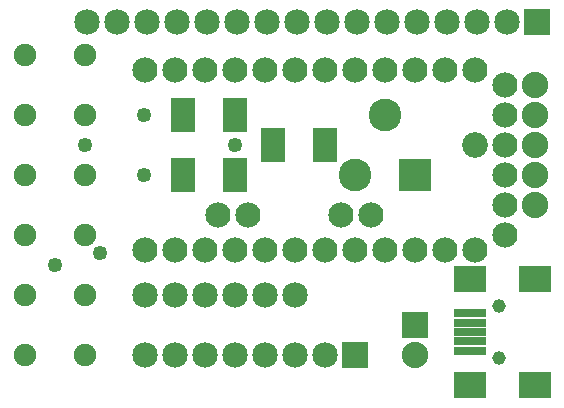
<source format=gts>
G04 MADE WITH FRITZING*
G04 WWW.FRITZING.ORG*
G04 DOUBLE SIDED*
G04 HOLES PLATED*
G04 CONTOUR ON CENTER OF CONTOUR VECTOR*
%ASAXBY*%
%FSLAX23Y23*%
%MOIN*%
%OFA0B0*%
%SFA1.0B1.0*%
%ADD10C,0.045433*%
%ADD11C,0.085000*%
%ADD12C,0.075418*%
%ADD13C,0.049370*%
%ADD14C,0.088000*%
%ADD15C,0.109000*%
%ADD16C,0.084000*%
%ADD17C,0.085433*%
%ADD18R,0.080866X0.116299*%
%ADD19R,0.108425X0.029685*%
%ADD20R,0.108425X0.088740*%
%ADD21R,0.085000X0.085000*%
%ADD22R,0.088000X0.088000*%
%ADD23R,0.109000X0.109000*%
%LNMASK1*%
G90*
G70*
G54D10*
X1658Y142D03*
X1658Y315D03*
X1658Y142D03*
X1658Y315D03*
G54D11*
X476Y152D03*
X576Y152D03*
X676Y152D03*
X476Y352D03*
X576Y352D03*
X676Y352D03*
X776Y152D03*
X876Y152D03*
X976Y152D03*
X776Y352D03*
X876Y352D03*
X976Y352D03*
X1176Y152D03*
X1076Y152D03*
G54D12*
X276Y152D03*
X76Y152D03*
X276Y352D03*
X76Y352D03*
X276Y952D03*
X76Y952D03*
X276Y1152D03*
X76Y1152D03*
X276Y552D03*
X76Y552D03*
X276Y752D03*
X76Y752D03*
G54D13*
X326Y491D03*
X176Y451D03*
G54D14*
X1376Y252D03*
X1376Y152D03*
X1376Y252D03*
X1376Y152D03*
G54D13*
X776Y852D03*
X475Y752D03*
X475Y952D03*
X276Y852D03*
G54D14*
X1776Y1052D03*
X1776Y952D03*
X1776Y852D03*
X1776Y752D03*
X1776Y652D03*
X1776Y1052D03*
X1776Y952D03*
X1776Y852D03*
X1776Y752D03*
X1776Y652D03*
G54D11*
X1782Y1262D03*
X1682Y1262D03*
X1582Y1262D03*
X1482Y1262D03*
X1382Y1262D03*
X1282Y1262D03*
X1182Y1262D03*
X1082Y1262D03*
X982Y1262D03*
X882Y1262D03*
X782Y1262D03*
X682Y1262D03*
X582Y1262D03*
X482Y1262D03*
X382Y1262D03*
X282Y1262D03*
X1782Y1262D03*
X1682Y1262D03*
X1582Y1262D03*
X1482Y1262D03*
X1382Y1262D03*
X1282Y1262D03*
X1182Y1262D03*
X1082Y1262D03*
X982Y1262D03*
X882Y1262D03*
X782Y1262D03*
X682Y1262D03*
X582Y1262D03*
X482Y1262D03*
X382Y1262D03*
X282Y1262D03*
G54D15*
X1176Y752D03*
X1376Y752D03*
X1276Y952D03*
X1176Y752D03*
X1376Y752D03*
X1276Y952D03*
G54D16*
X1676Y552D03*
X1676Y652D03*
X1676Y752D03*
X1676Y852D03*
X1676Y952D03*
X1676Y1052D03*
X1131Y617D03*
X1231Y617D03*
X721Y617D03*
X821Y617D03*
X1576Y502D03*
X1476Y502D03*
X1376Y502D03*
X1276Y502D03*
X1176Y502D03*
X1076Y502D03*
X976Y502D03*
X876Y502D03*
X776Y502D03*
X676Y502D03*
X576Y502D03*
X476Y502D03*
X476Y1102D03*
X576Y1102D03*
X676Y1102D03*
X776Y1102D03*
X876Y1102D03*
X976Y1102D03*
X1076Y1102D03*
X1176Y1102D03*
X1276Y1102D03*
X1376Y1102D03*
X1476Y1102D03*
X1576Y1102D03*
G54D17*
X1577Y851D03*
G54D18*
X602Y952D03*
X776Y952D03*
X902Y852D03*
X1076Y852D03*
X602Y752D03*
X776Y752D03*
G54D19*
X1559Y229D03*
X1559Y197D03*
X1559Y292D03*
X1559Y260D03*
G54D20*
X1776Y406D03*
X1776Y52D03*
X1559Y406D03*
X1559Y52D03*
G54D19*
X1559Y166D03*
G54D21*
X1176Y152D03*
G54D22*
X1376Y252D03*
X1376Y252D03*
G54D21*
X1782Y1262D03*
X1782Y1262D03*
G54D23*
X1376Y752D03*
X1376Y752D03*
G04 End of Mask1*
M02*
</source>
